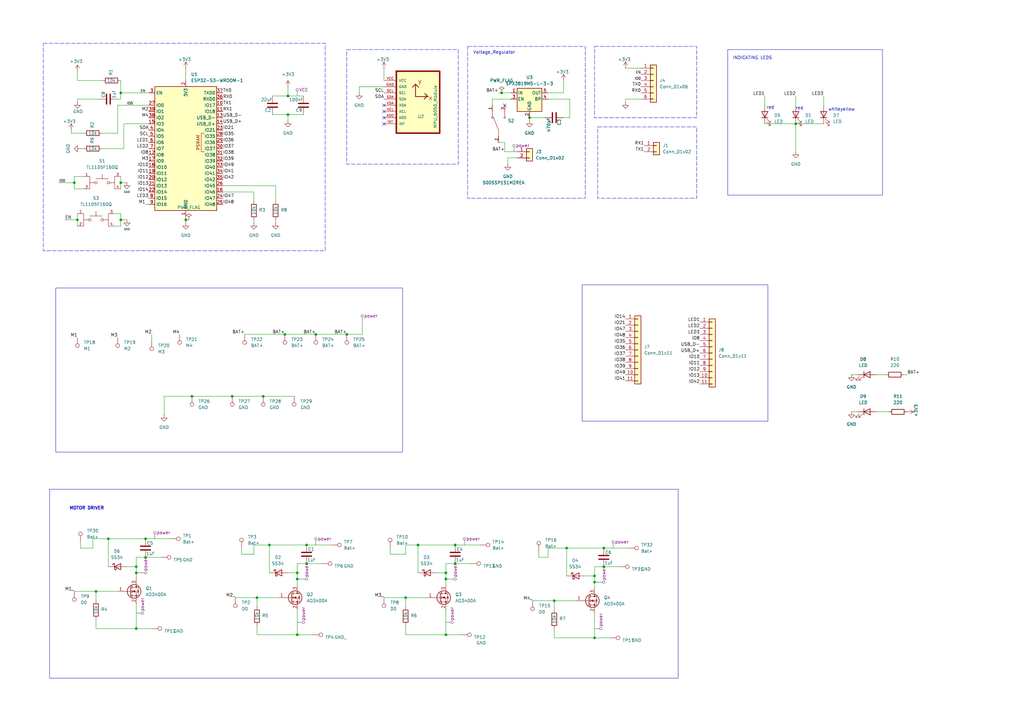
<source format=kicad_sch>
(kicad_sch (version 20250114) (generator "eeschema") (generator_version "9.0")
  (paper "A3")
  (rectangle (start 245.11 52.07) (end 285.75 81.28) (stroke (width 0) (type dash)))
  (rectangle (start 238.76 116.84) (end 314.96 172.72))
  (rectangle (start 298.45 20.32) (end 361.95 80.01))
  (rectangle (start 22.86 118.11) (end 165.1 185.42))
  (rectangle (start 17.78 17.78) (end 133.35 102.87) (stroke (width 0) (type dash)))
  (rectangle (start 20.32 200.66) (end 278.13 278.13))
  (rectangle (start 243.84 19.05) (end 285.75 48.26) (stroke (width 0) (type dash)))
  (rectangle (start 142.24 20.32) (end 187.96 67.31) (stroke (width 0) (type dash)))
  (rectangle (start 191.77 19.05) (end 240.03 81.28) (stroke (width 0) (type dash)))
  (text "red " (at 316.484 44.196 0) (effects (font (size 1.27 1.27))))
  (text "red " (at 328.422 44.45 0) (effects (font (size 1.27 1.27))))
  (text "INDICATING LEDS\n\n\n\n" (at 308.61 26.924 0) (effects (font (size 1.27 1.27))))
  (text "MOTOR DRIVER \n" (at 36.068 208.534 0) (effects (font (size 1.27 1.27) (thickness 0.254) (bold yes))))
  (text "whiteyellow\n" (at 345.186 44.958 0) (effects (font (size 1.27 1.27))))
  (text "Voltage_Regulator\n" (at 202.692 21.59 0) (effects (font (size 1.27 1.27))))
  (text_box "Avoid these pin \nGPIO0 - FOR BOOTLOADER \nGPIO46- FOR BOOTLOADER\nGPIO45- FOR BOOTLOADER\nGPIO19(USB_D-) - FOR USB COMMUNICATION \nGPIO20(USB_D+) - FOR USB COMMUNICATION" (at 423.418 20.828 0) (size 32.512 19.812) (margins 0.9525 0.9525 0.9525 0.9525) (effects (font (size 1.27 1.27)) (justify left top)))
  (junction (at 121.92 237.49))
  (junction (at 186.69 223.52))
  (junction (at 182.88 237.49))
  (junction (at 243.84 261.62))
  (junction (at 182.88 234.95))
  (junction (at 116.84 137.16))
  (junction (at 227.33 246.38))
  (junction (at 247.65 224.79))
  (junction (at 55.88 232.41))
  (junction (at 118.11 46.99))
  (junction (at 171.45 223.52))
  (junction (at 59.69 228.6))
  (junction (at 243.84 238.76))
  (junction (at 49.53 38.1))
  (junction (at 243.84 236.22))
  (junction (at 129.54 137.16))
  (junction (at 95.25 162.56))
  (junction (at 55.88 257.81))
  (junction (at 217.17 48.26))
  (junction (at 107.95 162.56))
  (junction (at 326.39 50.8))
  (junction (at 247.65 232.41))
  (junction (at 166.37 245.11))
  (junction (at 39.37 242.57))
  (junction (at 125.73 231.14))
  (junction (at 121.92 234.95))
  (junction (at 232.41 224.79))
  (junction (at 125.73 223.52))
  (junction (at 186.69 231.14))
  (junction (at 121.92 260.35))
  (junction (at 142.24 137.16))
  (junction (at 49.53 74.93))
  (junction (at 30.48 74.93))
  (junction (at 110.49 223.52))
  (junction (at 59.69 220.98))
  (junction (at 182.88 260.35))
  (junction (at 78.74 162.56))
  (junction (at 49.53 90.17))
  (junction (at 55.88 234.95))
  (junction (at 105.41 245.11))
  (junction (at 76.2 90.17))
  (junction (at 44.45 220.98))
  (junction (at 118.11 39.37))
  (junction (at 31.75 90.17))
  (junction (at 205.74 38.1))
  (no_connect (at 157.48 43.18))
  (no_connect (at 157.48 48.26))
  (no_connect (at 207.01 43.18))
  (no_connect (at 157.48 50.8))
  (no_connect (at 157.48 45.72))
  (wire (pts (xy 33.02 222.25) (xy 33.02 224.79)))
  (wire (pts (xy 224.79 224.79) (xy 232.41 224.79)))
  (wire (pts (xy 326.39 62.23) (xy 326.39 50.8)))
  (wire (pts (xy 207.01 62.23) (xy 212.09 62.23)))
  (wire (pts (xy 38.1 224.79) (xy 38.1 220.98)))
  (wire (pts (xy 166.37 227.33) (xy 166.37 223.52)))
  (wire (pts (xy 76.2 90.17) (xy 76.2 91.44)))
  (wire (pts (xy 55.88 247.65) (xy 55.88 257.81)))
  (wire (pts (xy 78.74 162.56) (xy 95.25 162.56)))
  (wire (pts (xy 105.41 245.11) (xy 105.41 248.92)))
  (wire (pts (xy 349.25 153.67) (xy 351.79 153.67)))
  (wire (pts (xy 147.32 38.1) (xy 147.32 35.56)))
  (wire (pts (xy 166.37 260.35) (xy 182.88 260.35)))
  (wire (pts (xy 49.53 87.63) (xy 46.99 87.63)))
  (wire (pts (xy 67.31 162.56) (xy 67.31 170.18)))
  (wire (pts (xy 212.09 64.77) (xy 208.28 64.77)))
  (wire (pts (xy 218.44 246.38) (xy 227.33 246.38)))
  (wire (pts (xy 107.95 162.56) (xy 120.65 162.56)))
  (wire (pts (xy 118.11 39.37) (xy 124.46 39.37)))
  (wire (pts (xy 171.45 234.95) (xy 171.45 223.52)))
  (wire (pts (xy 313.69 50.8) (xy 326.39 50.8)))
  (wire (pts (xy 76.2 90.17) (xy 77.47 90.17)))
  (wire (pts (xy 100.33 137.16) (xy 116.84 137.16)))
  (wire (pts (xy 121.92 260.35) (xy 128.27 260.35)))
  (wire (pts (xy 256.54 40.64) (xy 262.89 40.64)))
  (wire (pts (xy 105.41 256.54) (xy 105.41 260.35)))
  (wire (pts (xy 50.8 60.96) (xy 50.8 50.8)))
  (wire (pts (xy 105.41 245.11) (xy 114.3 245.11)))
  (wire (pts (xy 30.48 242.57) (xy 39.37 242.57)))
  (wire (pts (xy 326.39 50.8) (xy 337.82 50.8)))
  (wire (pts (xy 359.41 168.91) (xy 364.49 168.91)))
  (wire (pts (xy 39.37 257.81) (xy 55.88 257.81)))
  (wire (pts (xy 52.07 74.93) (xy 49.53 74.93)))
  (wire (pts (xy 50.8 50.8) (xy 60.96 50.8)))
  (wire (pts (xy 41.91 60.96) (xy 50.8 60.96)))
  (wire (pts (xy 111.76 46.99) (xy 118.11 46.99)))
  (wire (pts (xy 121.92 231.14) (xy 125.73 231.14)))
  (wire (pts (xy 233.68 48.26) (xy 231.14 48.26)))
  (wire (pts (xy 52.07 232.41) (xy 55.88 232.41)))
  (wire (pts (xy 243.84 251.46) (xy 243.84 261.62)))
  (wire (pts (xy 104.14 78.74) (xy 104.14 82.55)))
  (wire (pts (xy 157.48 27.94) (xy 157.48 33.02)))
  (wire (pts (xy 110.49 223.52) (xy 125.73 223.52)))
  (wire (pts (xy 201.93 43.18) (xy 201.93 40.64)))
  (wire (pts (xy 39.37 242.57) (xy 48.26 242.57)))
  (wire (pts (xy 182.88 250.19) (xy 182.88 260.35)))
  (wire (pts (xy 59.69 83.82) (xy 60.96 83.82)))
  (wire (pts (xy 359.41 153.67) (xy 363.22 153.67)))
  (wire (pts (xy 30.48 72.39) (xy 34.29 72.39)))
  (wire (pts (xy 30.48 72.39) (xy 30.48 74.93)))
  (wire (pts (xy 59.69 220.98) (xy 69.85 220.98)))
  (wire (pts (xy 118.11 234.95) (xy 121.92 234.95)))
  (wire (pts (xy 182.88 231.14) (xy 186.69 231.14)))
  (wire (pts (xy 166.37 245.11) (xy 175.26 245.11)))
  (wire (pts (xy 44.45 220.98) (xy 59.69 220.98)))
  (wire (pts (xy 38.1 220.98) (xy 44.45 220.98)))
  (wire (pts (xy 39.37 242.57) (xy 39.37 246.38)))
  (wire (pts (xy 182.88 260.35) (xy 189.23 260.35)))
  (wire (pts (xy 121.92 250.19) (xy 121.92 260.35)))
  (wire (pts (xy 227.33 246.38) (xy 227.33 250.19)))
  (wire (pts (xy 121.92 240.03) (xy 121.92 237.49)))
  (wire (pts (xy 111.76 39.37) (xy 118.11 39.37)))
  (wire (pts (xy 240.03 236.22) (xy 243.84 236.22)))
  (wire (pts (xy 243.84 236.22) (xy 243.84 232.41)))
  (wire (pts (xy 243.84 238.76) (xy 243.84 236.22)))
  (wire (pts (xy 96.52 245.11) (xy 105.41 245.11)))
  (wire (pts (xy 49.53 74.93) (xy 49.53 77.47)))
  (wire (pts (xy 182.88 240.03) (xy 182.88 237.49)))
  (wire (pts (xy 30.48 74.93) (xy 30.48 77.47)))
  (wire (pts (xy 24.13 74.93) (xy 30.48 74.93)))
  (wire (pts (xy 118.11 46.99) (xy 118.11 49.53)))
  (wire (pts (xy 55.88 228.6) (xy 59.69 228.6)))
  (wire (pts (xy 118.11 46.99) (xy 124.46 46.99)))
  (wire (pts (xy 49.53 92.71) (xy 49.53 90.17)))
  (wire (pts (xy 91.44 78.74) (xy 104.14 78.74)))
  (wire (pts (xy 55.88 232.41) (xy 55.88 228.6)))
  (wire (pts (xy 171.45 223.52) (xy 186.69 223.52)))
  (wire (pts (xy 220.98 228.6) (xy 224.79 228.6)))
  (wire (pts (xy 99.06 227.33) (xy 104.14 227.33)))
  (wire (pts (xy 349.25 168.91) (xy 351.79 168.91)))
  (wire (pts (xy 104.14 227.33) (xy 104.14 223.52)))
  (wire (pts (xy 243.84 241.3) (xy 243.84 238.76)))
  (wire (pts (xy 121.92 234.95) (xy 121.92 231.14)))
  (wire (pts (xy 243.84 261.62) (xy 250.19 261.62)))
  (wire (pts (xy 113.03 90.17) (xy 113.03 91.44)))
  (wire (pts (xy 207.01 58.42) (xy 207.01 62.23)))
  (wire (pts (xy 160.02 227.33) (xy 166.37 227.33)))
  (wire (pts (xy 31.75 90.17) (xy 31.75 87.63)))
  (wire (pts (xy 148.59 132.08) (xy 148.59 137.16)))
  (wire (pts (xy 113.03 82.55) (xy 113.03 76.2)))
  (wire (pts (xy 224.79 38.1) (xy 231.14 38.1)))
  (wire (pts (xy 166.37 223.52) (xy 171.45 223.52)))
  (wire (pts (xy 104.14 90.17) (xy 104.14 91.44)))
  (wire (pts (xy 186.69 223.52) (xy 196.85 223.52)))
  (wire (pts (xy 49.53 33.02) (xy 49.53 38.1)))
  (wire (pts (xy 55.88 237.49) (xy 55.88 234.95)))
  (wire (pts (xy 31.75 40.64) (xy 31.75 41.91)))
  (wire (pts (xy 166.37 256.54) (xy 166.37 260.35)))
  (wire (pts (xy 243.84 232.41) (xy 247.65 232.41)))
  (wire (pts (xy 217.17 48.26) (xy 217.17 49.53)))
  (wire (pts (xy 370.84 153.67) (xy 372.11 153.67)))
  (wire (pts (xy 223.52 48.26) (xy 217.17 48.26)))
  (wire (pts (xy 31.75 33.02) (xy 41.91 33.02)))
  (wire (pts (xy 34.29 54.61) (xy 29.21 54.61)))
  (wire (pts (xy 233.68 40.64) (xy 233.68 48.26)))
  (wire (pts (xy 95.25 162.56) (xy 107.95 162.56)))
  (wire (pts (xy 247.65 232.41) (xy 254 232.41)))
  (wire (pts (xy 49.53 90.17) (xy 52.07 90.17)))
  (wire (pts (xy 204.47 58.42) (xy 207.01 58.42)))
  (wire (pts (xy 186.69 231.14) (xy 193.04 231.14)))
  (wire (pts (xy 245.11 238.76) (xy 243.84 238.76)))
  (wire (pts (xy 49.53 72.39) (xy 49.53 74.93)))
  (wire (pts (xy 224.79 40.64) (xy 233.68 40.64)))
  (wire (pts (xy 227.33 246.38) (xy 236.22 246.38)))
  (wire (pts (xy 41.91 54.61) (xy 48.26 54.61)))
  (wire (pts (xy 48.26 40.64) (xy 49.53 40.64)))
  (wire (pts (xy 182.88 237.49) (xy 182.88 234.95)))
  (wire (pts (xy 129.54 137.16) (xy 142.24 137.16)))
  (wire (pts (xy 34.29 60.96) (xy 33.02 60.96)))
  (wire (pts (xy 201.93 40.64) (xy 209.55 40.64)))
  (wire (pts (xy 224.79 228.6) (xy 224.79 224.79)))
  (wire (pts (xy 220.98 226.06) (xy 220.98 228.6)))
  (wire (pts (xy 33.02 224.79) (xy 38.1 224.79)))
  (wire (pts (xy 256.54 41.91) (xy 256.54 40.64)))
  (wire (pts (xy 104.14 223.52) (xy 110.49 223.52)))
  (wire (pts (xy 147.32 35.56) (xy 157.48 35.56)))
  (wire (pts (xy 76.2 88.9) (xy 76.2 90.17)))
  (wire (pts (xy 204.47 38.1) (xy 205.74 38.1)))
  (wire (pts (xy 62.23 139.7) (xy 62.23 137.16)))
  (wire (pts (xy 67.31 162.56) (xy 78.74 162.56)))
  (wire (pts (xy 39.37 254) (xy 39.37 257.81)))
  (wire (pts (xy 208.28 64.77) (xy 208.28 67.31)))
  (wire (pts (xy 205.74 38.1) (xy 209.55 38.1)))
  (wire (pts (xy 55.88 234.95) (xy 55.88 232.41)))
  (wire (pts (xy 105.41 260.35) (xy 121.92 260.35)))
  (wire (pts (xy 337.82 39.37) (xy 337.82 43.18)))
  (wire (pts (xy 125.73 223.52) (xy 135.89 223.52)))
  (wire (pts (xy 247.65 224.79) (xy 257.81 224.79)))
  (wire (pts (xy 46.99 92.71) (xy 49.53 92.71)))
  (wire (pts (xy 26.67 90.17) (xy 31.75 90.17)))
  (wire (pts (xy 49.53 90.17) (xy 49.53 87.63)))
  (wire (pts (xy 76.2 27.94) (xy 76.2 33.02)))
  (wire (pts (xy 157.48 245.11) (xy 166.37 245.11)))
  (wire (pts (xy 49.53 38.1) (xy 60.96 38.1)))
  (wire (pts (xy 110.49 223.52) (xy 110.49 234.95)))
  (wire (pts (xy 118.11 35.56) (xy 118.11 39.37)))
  (wire (pts (xy 121.92 237.49) (xy 121.92 234.95)))
  (wire (pts (xy 232.41 236.22) (xy 232.41 224.79)))
  (wire (pts (xy 142.24 137.16) (xy 148.59 137.16)))
  (wire (pts (xy 313.69 39.37) (xy 313.69 43.18)))
  (wire (pts (xy 182.88 234.95) (xy 182.88 231.14)))
  (wire (pts (xy 48.26 43.18) (xy 48.26 54.61)))
  (wire (pts (xy 231.14 33.02) (xy 231.14 38.1)))
  (wire (pts (xy 57.15 234.95) (xy 55.88 234.95)))
  (wire (pts (xy 184.15 237.49) (xy 182.88 237.49)))
  (wire (pts (xy 227.33 261.62) (xy 243.84 261.62)))
  (wire (pts (xy 123.19 237.49) (xy 121.92 237.49)))
  (wire (pts (xy 91.44 76.2) (xy 113.03 76.2)))
  (wire (pts (xy 29.21 54.61) (xy 29.21 53.34)))
  (wire (pts (xy 232.41 224.79) (xy 247.65 224.79)))
  (wire (pts (xy 160.02 224.79) (xy 160.02 227.33)))
  (wire (pts (xy 99.06 224.79) (xy 99.06 227.33)))
  (wire (pts (xy 59.69 228.6) (xy 66.04 228.6)))
  (wire (pts (xy 49.53 40.64) (xy 49.53 38.1)))
  (wire (pts (xy 34.29 77.47) (xy 30.48 77.47)))
  (wire (pts (xy 166.37 245.11) (xy 166.37 248.92)))
  (wire (pts (xy 31.75 29.21) (xy 31.75 33.02)))
  (wire (pts (xy 40.64 40.64) (xy 31.75 40.64)))
  (wire (pts (xy 60.96 43.18) (xy 48.26 43.18)))
  (wire (pts (xy 125.73 231.14) (xy 132.08 231.14)))
  (wire (pts (xy 116.84 137.16) (xy 129.54 137.16)))
  (wire (pts (xy 179.07 234.95) (xy 182.88 234.95)))
  (wire (pts (xy 227.33 257.81) (xy 227.33 261.62)))
  (wire (pts (xy 44.45 232.41) (xy 44.45 220.98)))
  (wire (pts (xy 55.88 257.81) (xy 62.23 257.81)))
  (wire (pts (xy 326.39 39.37) (xy 326.39 43.18)))
  (wire (pts (xy 256.54 27.94) (xy 262.89 27.94)))
  (wire (pts (xy 31.75 90.17) (xy 31.75 92.71)))
  (label "LED3" (at 60.96 81.28 180))
  (label "LED2" (at 326.39 39.37 180))
  (label "TX0" (at 91.44 38.1 0))
  (label "IO49" (at 91.44 68.58 0))
  (label "IO10" (at 60.96 68.58 180))
  (label "TX0" (at 262.89 35.56 180))
  (label "LED2" (at 60.96 60.96 180))
  (label "M2" (at 60.96 45.72 180))
  (label "USB_D-" (at 287.02 142.24 180))
  (label "IO0" (at 24.13 74.93 0) (effects (font (size 1 1))))
  (label "M4" (at 73.66 137.16 180))
  (label "IO14" (at 256.54 130.81 180))
  (label "IO39" (at 256.54 151.13 180))
  (label "IO41" (at 256.54 156.21 180))
  (label "M2_" (at 96.52 245.11 180))
  (label "LED1" (at 287.02 132.08 180))
  (label "IO37" (at 91.44 60.96 0))
  (label "LED3" (at 337.82 39.37 180))
  (label "EN" (at 59.69 38.1 180) (effects (font (size 1 1))))
  (label "IO11" (at 287.02 149.86 180))
  (label "IO38" (at 91.44 63.5 0))
  (label "IO47" (at 91.44 81.28 0))
  (label "LED1" (at 313.69 39.37 180))
  (label "SCL" (at 60.96 55.88 180))
  (label "BAT+" (at 116.84 137.16 180))
  (label "M4" (at 60.96 48.26 180))
  (label "M4_" (at 218.44 246.38 180))
  (label "IO35" (at 256.54 140.97 180))
  (label "RX1" (at 91.44 45.72 0))
  (label "RX1" (at 264.16 59.69 180))
  (label "IO48" (at 91.44 83.82 0))
  (label "USB_D+" (at 287.02 144.78 180))
  (label "TX1" (at 264.16 62.23 180))
  (label "IO36" (at 256.54 143.51 180))
  (label "IO10" (at 287.02 147.32 180))
  (label "IO36" (at 91.44 58.42 0))
  (label "BAT+" (at 129.54 137.16 180))
  (label "IO12" (at 287.02 152.4 180))
  (label "IO42" (at 91.44 73.66 0))
  (label "IO13" (at 287.02 154.94 180))
  (label "EN" (at 26.67 90.17 0))
  (label "LED3" (at 287.02 137.16 180))
  (label "IO41" (at 91.44 71.12 0))
  (label "M3" (at 48.26 138.43 180))
  (label "BAT+" (at 207.01 62.23 180))
  (label "RX0" (at 91.44 40.64 0))
  (label "RX0" (at 262.89 38.1 180))
  (label "M1" (at 31.75 138.43 180))
  (label "IO14" (at 60.96 78.74 180))
  (label "LED1" (at 60.96 58.42 180))
  (label "BAT+" (at 372.11 153.67 0))
  (label "M1" (at 59.69 83.82 180))
  (label "IO11" (at 60.96 71.12 180))
  (label "IO8" (at 60.96 63.5 180))
  (label "IO0" (at 262.89 33.02 180) (effects (font (size 1 1))))
  (label "LED2" (at 287.02 134.62 180))
  (label "SCL" (at 157.48 38.1 180))
  (label "USB_D+" (at 91.44 50.8 0))
  (label "IO13" (at 60.96 76.2 180))
  (label "TX1" (at 91.44 43.18 0))
  (label "IO8" (at 287.02 139.7 180))
  (label "IO42" (at 287.02 157.48 180))
  (label "IO0" (at 54.61 43.18 180) (effects (font (size 1 1))))
  (label "USB_D-" (at 91.44 48.26 0))
  (label "M3" (at 60.96 66.04 180))
  (label "IO49" (at 256.54 153.67 180))
  (label "BAT+" (at 100.33 137.16 180))
  (label "IO35" (at 91.44 55.88 0))
  (label "BAT+" (at 142.24 137.16 180))
  (label "SDA" (at 157.48 40.64 180))
  (label "IO47" (at 256.54 135.89 180))
  (label "IO37" (at 256.54 146.05 180))
  (label "SDA" (at 60.96 53.34 180))
  (label "IO38" (at 256.54 148.59 180))
  (label "EN" (at 262.89 30.48 180) (effects (font (size 1 1))))
  (label "M2" (at 62.23 137.16 180))
  (label "M1_" (at 30.48 242.57 180))
  (label "IO21" (at 256.54 133.35 180))
  (label "IO21" (at 91.44 53.34 0))
  (label "IO12" (at 60.96 73.66 180))
  (label "M3_" (at 157.48 245.11 180))
  (label "BAT+" (at 204.47 38.1 180))
  (label "IO48" (at 256.54 138.43 180))
  (label "IO39" (at 91.44 66.04 0))
  (netclass_flag "" (length 2.54) (shape round) (at 210.82 62.23 0) (property "Netclass" "power" (at 211.5185 59.69 0) (effects (justify left))))
  (netclass_flag "" (length 2.54) (shape round) (at 57.15 234.95 270) (property "Netclass" "power" (at 59.69 234.2515 90) (effects (justify left))))
  (netclass_flag "" (length 2.54) (shape round) (at 129.54 223.52 0) (property "Netclass" "power" (at 130.2385 220.98 0) (effects (justify left))))
  (netclass_flag "" (length 2.54) (shape round) (at 182.88 255.27 270) (property "Netclass" "power" (at 185.42 254.5715 90) (effects (justify left))))
  (netclass_flag "" (length 2.54) (shape round) (at 121.92 255.27 270) (property "Netclass" "power" (at 124.46 254.5715 90) (effects (justify left))))
  (netclass_flag "" (length 2.54) (shape round) (at 190.5 223.52 0) (property "Netclass" "power" (at 191.1985 220.98 0) (effects (justify left))))
  (netclass_flag "" (length 2.54) (shape round) (at 121.92 39.37 0) (property "Netclass" "VCC" (at 122.6185 36.83 0) (effects (justify left))))
  (netclass_flag "" (length 2.54) (shape round) (at 123.19 237.49 270) (property "Netclass" "power" (at 125.73 236.7915 90) (effects (justify left))))
  (netclass_flag "" (length 2.54) (shape round) (at 245.11 238.76 270) (property "Netclass" "power" (at 247.65 238.0615 90) (effects (justify left))))
  (netclass_flag "" (length 2.54) (shape round) (at 184.15 237.49 270) (property "Netclass" "power" (at 186.69 236.7915 90) (effects (justify left))))
  (netclass_flag "" (length 2.54) (shape round) (at 243.84 257.81 270) (property "Netclass" "power" (at 246.38 257.1115 90) (effects (justify left))))
  (netclass_flag "" (length 2.54) (shape round) (at 148.59 132.08 0) (property "Netclass" "power" (at 149.2885 129.54 0) (effects (justify left))))
  (netclass_flag "" (length 2.54) (shape round) (at 251.46 224.79 0) (property "Netclass" "power" (at 252.1585 222.25 0) (effects (justify left))))
  (netclass_flag "" (length 2.54) (shape round) (at 63.5 220.98 0) (property "Netclass" "power" (at 64.1985 218.44 0) (effects (justify left))))
  (netclass_flag "" (length 2.54) (shape round) (at 55.88 251.46 270) (property "Netclass" "power" (at 58.42 250.7615 90) (effects (justify left))))
  (symbol (lib_id "power:+3V3") (at 118.11 35.56 0) (unit 1)
    (property "Reference" "#PWR05" (effects (hide yes)))
    (property "Value" "+3V3" (at 118.11 30.48 0))
    (property "Description" "Power symbol creates a global label with name \"+3V3\"" (effects (hide yes)))
  )
  (symbol (lib_id "Connector:TestPoint") (at 78.74 162.56 180) (unit 1) (in_bom no)
    (property "Reference" "TP26" (at 81.28 164.5919 0) (effects (justify right)))
    (property "Value" "GND" (at 81.28 167.1319 0) (effects (justify right)))
    (property "Footprint" "TestPoint:TestPoint_THTPad_2.0x2.0mm_Drill1.0mm" (effects (hide yes)))
    (property "Description" "test point" (effects (hide yes)))
  )
  (symbol (lib_id "power:GND") (at 104.14 91.44 0) (unit 1)
    (property "Reference" "#PWR08" (effects (hide yes)))
    (property "Value" "GND" (at 104.14 96.52 0))
    (property "Description" "Power symbol creates a global label with name \"GND\" , ground" (effects (hide yes)))
  )
  (symbol (lib_id "Regulator_Linear:SPX3819M5-L-3-3") (at 217.17 40.64 0) (unit 1)
    (property "Reference" "U3" (at 217.17 31.75 0))
    (property "Value" "SPX3819M5-L-3-3" (at 217.17 34.29 0))
    (property "Footprint" "Package_TO_SOT_SMD:SOT-23-5" (effects (hide yes)))
    (property "Datasheet" "https://www.exar.com/content/document.ashx?id=22106&languageid=1033&type=Datasheet&partnumber=SPX3819&filename=SPX3819.pdf&part=SPX3819" (effects (hide yes)))
    (property "Description" "500mA Low drop-out regulator, Fixed Output 3.3V, SOT-23-5" (effects (hide yes)))
    (property "LCSC Part #" "C9055" (effects (hide yes)))
  )
  (symbol (lib_id "Diode:SS34") (at 236.22 236.22 0) (unit 1)
    (property "Reference" "D4" (at 235.9025 229.87 0))
    (property "Value" "SS34" (at 235.9025 232.41 0))
    (property "Footprint" "Diode_SMD:D_SMA" (effects (hide yes)))
    (property "Datasheet" "https://www.lcsc.com/datasheet/C8678.pdf" (effects (hide yes)))
    (property "Description" "40V 3A Schottky Diode, SMA" (effects (hide yes)))
    (property "LCSC Part #" "C8678" (effects (hide yes)))
    (property "LCSC Link " "https://www.lcsc.com/product-detail/C8678.html?s_z=n_C8678" (effects (hide yes)))
    (property "MFR.Part#" "SS34" (effects (hide yes)))
    (property "Package" "SMA(DO-214AC)" (effects (hide yes)))
  )
  (symbol (lib_id "power:+3V3") (at 231.14 33.02 0) (unit 1)
    (property "Reference" "#PWR018" (effects (hide yes)))
    (property "Value" "+3V3" (at 230.632 29.464 0))
    (property "Description" "Power symbol creates a global label with name \"+3V3\"" (effects (hide yes)))
  )
  (symbol (lib_id "power:GND") (at 349.25 168.91 0) (unit 1)
    (property "Reference" "#PWR012" (effects (hide yes)))
    (property "Value" "GND" (at 349.25 173.99 0))
    (property "Description" "Power symbol creates a global label with name \"GND\" , ground" (effects (hide yes)))
  )
  (symbol (lib_id "Device:LED") (at 313.69 46.99 90) (unit 1)
    (property "Reference" "D5" (at 317.5 47.3074 90) (effects (justify right)))
    (property "Value" "LED" (at 317.5 49.8474 90) (effects (justify right)))
    (property "Footprint" "LED_SMD:LED_0603_1608Metric" (effects (hide yes)))
    (property "Description" "Light emitting diode" (effects (hide yes)))
    (property "Sim.Pins" "1=K 2=A" (effects (hide yes)))
    (property "LCSC Part #" "C2286" (effects (hide yes)))
  )
  (symbol (lib_id "Device:LED") (at 326.39 46.99 90) (unit 1)
    (property "Reference" "D1" (at 330.2 47.3074 90) (effects (justify right)))
    (property "Value" "LED" (at 330.2 49.8474 90) (effects (justify right)))
    (property "Footprint" "LED_SMD:LED_0603_1608Metric" (effects (hide yes)))
    (property "Description" "Light emitting diode" (effects (hide yes)))
    (property "Sim.Pins" "1=K 2=A" (effects (hide yes)))
    (property "LCSC Part #" "C2286" (effects (hide yes)))
  )
  (symbol (lib_id "Connector:TestPoint") (at 107.95 162.56 180) (unit 1) (in_bom no)
    (property "Reference" "TP28" (at 110.49 164.5919 0) (effects (justify right)))
    (property "Value" "GND" (at 110.49 167.1319 0) (effects (justify right)))
    (property "Footprint" "TestPoint:TestPoint_THTPad_2.0x2.0mm_Drill1.0mm" (effects (hide yes)))
    (property "Description" "test point" (effects (hide yes)))
  )
  (symbol (lib_id "Transistor_FET:AO3400A") (at 53.34 242.57 0) (unit 1)
    (property "Reference" "Q1" (at 59.69 241.2999 0) (effects (justify left)))
    (property "Value" "AO3400A" (at 59.69 243.8399 0) (effects (justify left)))
    (property "Footprint" "Package_TO_SOT_SMD:SOT-23" (effects (hide yes)))
    (property "Datasheet" "http://www.aosmd.com/pdfs/datasheet/AO3400A.pdf" (effects (hide yes)))
    (property "Description" "30V Vds, 5.7A Id, N-Channel MOSFET, SOT-23" (effects (hide yes)))
    (property "LCSC Part #" "C20917" (effects (hide yes)))
    (property "LCSC Link" "https://www.lcsc.com/product-detail/C20917.html?s_z=n_AO3400A" (effects (hide yes)))
    (property "MFR.Part #" "AO3400A" (effects (hide yes)))
    (property "Manufacturer" "AOS" (effects (hide yes)))
    (property "Package" "SOT-23-3L" (effects (hide yes)))
  )
  (symbol (lib_id "Connector:TestPoint") (at 116.84 137.16 180) (unit 1) (in_bom no)
    (property "Reference" "TP23" (at 119.38 139.1919 0) (effects (justify right)))
    (property "Value" "BAT+" (at 119.38 141.7319 0) (effects (justify right)))
    (property "Footprint" "TestPoint:TestPoint_THTPad_2.0x2.0mm_Drill1.0mm" (effects (hide yes)))
    (property "Description" "test point" (effects (hide yes)))
  )
  (symbol (lib_id "power:GND") (at 208.28 67.31 0) (unit 1)
    (property "Reference" "#PWR011" (effects (hide yes)))
    (property "Value" "GND" (at 208.28 72.39 0))
    (property "Description" "Power symbol creates a global label with name \"GND\" , ground" (effects (hide yes)))
  )
  (symbol (lib_id "Device:R") (at 113.03 86.36 0) (unit 1)
    (property "Reference" "R8" (at 115.062 86.106 0) (effects (justify left)))
    (property "Value" "10k" (at 113.03 88.138 90) (effects (justify left)))
    (property "Footprint" "Resistor_SMD:R_0603_1608Metric" (effects (hide yes)))
    (property "Description" "Resistor" (effects (hide yes)))
    (property "LCSC Part #" " C25804" (effects (hide yes)))
    (property "LCSC Link" "https://www.lcsc.com/product-detail/C25804.html" (effects (hide yes)))
    (property "MFR.Part #" "0603WAF1002T5E" (effects (hide yes)))
    (property "Manufacturer" "UNI-ROYAL" (effects (hide yes)))
    (property "Package" "0603" (effects (hide yes)))
  )
  (symbol (lib_id "Connector:TestPoint") (at 157.48 245.11 180) (unit 1) (in_bom no)
    (property "Reference" "TP8" (at 160.02 247.1419 0) (effects (justify right)))
    (property "Value" "D0" (at 160.02 249.6819 0) (effects (justify right)))
    (property "Footprint" "TestPoint:TestPoint_Pad_D1.0mm" (effects (hide yes)))
    (property "Description" "test point" (effects (hide yes)))
  )
  (symbol (lib_id "Connector:TestPoint") (at 193.04 231.14 270) (unit 1) (in_bom no)
    (property "Reference" "TP13" (at 198.12 232.156 90) (effects (justify left)))
    (property "Value" "GND" (at 201.93 232.156 90) (effects (justify left)))
    (property "Footprint" "TestPoint:TestPoint_Pad_D1.0mm" (effects (hide yes)))
    (property "Description" "test point" (effects (hide yes)))
  )
  (symbol (lib_id "Connector:TestPoint") (at 189.23 260.35 270) (unit 1) (in_bom no)
    (property "Reference" "TP12" (at 194.31 261.366 90) (effects (justify left)))
    (property "Value" "GND" (at 195.326 263.652 90) (effects (justify left)))
    (property "Footprint" "TestPoint:TestPoint_Pad_D1.0mm" (effects (hide yes)))
    (property "Description" "test point" (effects (hide yes)))
  )
  (symbol (lib_id "Connector:TestPoint") (at 62.23 257.81 270) (unit 1) (in_bom no)
    (property "Reference" "TP11" (at 67.31 258.826 90) (effects (justify left)))
    (property "Value" "GND" (at 71.12 258.826 90) (effects (justify left)))
    (property "Footprint" "TestPoint:TestPoint_Pad_D1.0mm" (effects (hide yes)))
    (property "Description" "test point" (effects (hide yes)))
  )
  (symbol (lib_id "Connector:TestPoint") (at 66.04 228.6 270) (unit 1) (in_bom no)
    (property "Reference" "TP5" (at 71.12 229.616 90) (effects (justify left)))
    (property "Value" "GND" (at 74.93 229.616 90) (effects (justify left)))
    (property "Footprint" "TestPoint:TestPoint_Pad_D1.0mm" (effects (hide yes)))
    (property "Description" "test point" (effects (hide yes)))
  )
  (symbol (lib_id "power:GND") (at 52.07 74.93 0) (unit 1)
    (property "Reference" "#PWR0105" (effects (hide yes)))
    (property "Value" "GND" (at 52.07 78.74 0) (effects (font (size 0.8 0.8))))
    (property "Description" "Power symbol creates a global label with name \"GND\" , ground" (effects (hide yes)))
  )
  (symbol (lib_id "Transistor_FET:AO3400A") (at 241.3 246.38 0) (unit 1)
    (property "Reference" "Q4" (at 247.65 245.1099 0) (effects (justify left)))
    (property "Value" "AO3400A" (at 247.65 247.6499 0) (effects (justify left)))
    (property "Footprint" "Package_TO_SOT_SMD:SOT-23" (effects (hide yes)))
    (property "Datasheet" "http://www.aosmd.com/pdfs/datasheet/AO3400A.pdf" (effects (hide yes)))
    (property "Description" "30V Vds, 5.7A Id, N-Channel MOSFET, SOT-23" (effects (hide yes)))
    (property "LCSC Part #" "C20917" (effects (hide yes)))
    (property "LCSC Link" "https://www.lcsc.com/product-detail/C20917.html?s_z=n_AO3400A" (effects (hide yes)))
    (property "MFR.Part #" "AO3400A" (effects (hide yes)))
    (property "Manufacturer" "AOS" (effects (hide yes)))
    (property "Package" "SOT-23-3L" (effects (hide yes)))
  )
  (symbol (lib_id "Device:R") (at 105.41 252.73 0) (unit 1)
    (property "Reference" "R5" (at 107.442 252.476 0) (effects (justify left)))
    (property "Value" "10k" (at 105.41 254.508 90) (effects (justify left)))
    (property "Footprint" "Resistor_SMD:R_0603_1608Metric" (effects (hide yes)))
    (property "Description" "Resistor" (effects (hide yes)))
    (property "LCSC Part #" " C25804" (effects (hide yes)))
    (property "LCSC Link" "https://www.lcsc.com/product-detail/C25804.html" (effects (hide yes)))
    (property "MFR.Part #" "0603WAF1002T5E" (effects (hide yes)))
    (property "Manufacturer" "UNI-ROYAL" (effects (hide yes)))
    (property "Package" "0603" (effects (hide yes)))
  )
  (symbol (lib_id "Connector_Generic:Conn_01x06") (at 267.97 33.02 0) (unit 1) (in_bom no)
    (property "Reference" "J4" (at 270.51 33.0199 0) (effects (justify left)))
    (property "Value" "Conn_01x06" (at 270.51 35.5599 0) (effects (justify left)))
    (property "Footprint" "Connector_PinHeader_2.54mm:PinHeader_1x06_P2.54mm_Vertical" (effects (hide yes)))
    (property "Description" "Generic connector, single row, 01x06, script generated (kicad-library-utils/schlib/autogen/connector/)" (effects (hide yes)))
  )
  (symbol (lib_id "Connector:TestPoint") (at 73.66 137.16 180) (unit 1) (in_bom no)
    (property "Reference" "TP21" (at 76.2 139.1919 0) (effects (justify right)))
    (property "Value" "M4" (at 76.2 141.7319 0) (effects (justify right)))
    (property "Footprint" "TestPoint:TestPoint_THTPad_2.0x2.0mm_Drill1.0mm" (effects (hide yes)))
    (property "Description" "test point" (effects (hide yes)))
  )
  (symbol (lib_id "Connector:TestPoint") (at 218.44 246.38 180) (unit 1) (in_bom no)
    (property "Reference" "TP15" (at 220.98 248.4119 0) (effects (justify right)))
    (property "Value" "D0" (at 220.98 250.9519 0) (effects (justify right)))
    (property "Footprint" "TestPoint:TestPoint_Pad_D1.0mm" (effects (hide yes)))
    (property "Description" "test point" (effects (hide yes)))
  )
  (symbol (lib_id "power:+3V3") (at 76.2 27.94 0) (unit 1)
    (property "Reference" "#PWR01" (effects (hide yes)))
    (property "Value" "+3V3" (at 75.692 24.384 0))
    (property "Description" "Power symbol creates a global label with name \"+3V3\"" (effects (hide yes)))
  )
  (symbol (lib_id "Connector:TestPoint") (at 120.65 162.56 180) (unit 1) (in_bom no)
    (property "Reference" "TP29" (at 123.19 164.5919 0) (effects (justify right)))
    (property "Value" "GND" (at 123.19 167.1319 0) (effects (justify right)))
    (property "Footprint" "TestPoint:TestPoint_THTPad_2.0x2.0mm_Drill1.0mm" (effects (hide yes)))
    (property "Description" "test point" (effects (hide yes)))
  )
  (symbol (lib_id "Device:C") (at 124.46 43.18 180) (unit 1)
    (property "Reference" "C9" (at 123.952 45.212 0) (effects (justify left)))
    (property "Value" "100nf" (at 124.206 40.894 0) (effects (justify left)))
    (property "Footprint" "Capacitor_SMD:C_0603_1608Metric" (effects (hide yes)))
    (property "Datasheet" "https://www.lcsc.com/datasheet/C14663.pdf" (effects (hide yes)))
    (property "Description" "50V 100nF X7R ±10% 0603 Ceramic Capacitors RoHS" (effects (hide yes)))
    (property "LCSC Part #" "C14663" (effects (hide yes)))
    (property "LCSC Link " "https://www.lcsc.com/product-detail/C14663.html?s_z=n_%2520C14663" (effects (hide yes)))
    (property "MFR.Part#" "CC0603KRX7R9BB104" (effects (hide yes)))
    (property "Manufacturer" "YAGEO" (effects (hide yes)))
    (property "Package" "0603" (effects (hide yes)))
  )
  (symbol (lib_id "Device:R") (at 104.14 86.36 0) (unit 1)
    (property "Reference" "R3" (at 106.172 86.106 0) (effects (justify left)))
    (property "Value" "10k" (at 104.14 88.138 90) (effects (justify left)))
    (property "Footprint" "Resistor_SMD:R_0603_1608Metric" (effects (hide yes)))
    (property "Description" "Resistor" (effects (hide yes)))
    (property "LCSC Part #" " C25804" (effects (hide yes)))
    (property "LCSC Link" "https://www.lcsc.com/product-detail/C25804.html" (effects (hide yes)))
    (property "MFR.Part #" "0603WAF1002T5E" (effects (hide yes)))
    (property "Manufacturer" "UNI-ROYAL" (effects (hide yes)))
    (property "Package" "0603" (effects (hide yes)))
  )
  (symbol (lib_id "power:GND") (at 113.03 91.44 0) (unit 1)
    (property "Reference" "#PWR015" (effects (hide yes)))
    (property "Value" "GND" (at 113.03 96.52 0))
    (property "Description" "Power symbol creates a global label with name \"GND\" , ground" (effects (hide yes)))
  )
  (symbol (lib_id "power:GND") (at 76.2 91.44 0) (unit 1)
    (property "Reference" "#PWR02" (effects (hide yes)))
    (property "Value" "GND" (at 76.2 96.52 0))
    (property "Description" "Power symbol creates a global label with name \"GND\" , ground" (effects (hide yes)))
  )
  (symbol (lib_id "Connector:TestPoint") (at 48.26 138.43 180) (unit 1) (in_bom no)
    (property "Reference" "TP19" (at 50.8 140.4619 0) (effects (justify right)))
    (property "Value" "M2" (at 50.8 143.0019 0) (effects (justify right)))
    (property "Footprint" "TestPoint:TestPoint_THTPad_2.0x2.0mm_Drill1.0mm" (effects (hide yes)))
    (property "Description" "test point" (effects (hide yes)))
  )
  (symbol (lib_id "Connector:TestPoint") (at 95.25 162.56 180) (unit 1) (in_bom no)
    (property "Reference" "TP27" (at 97.79 164.5919 0) (effects (justify right)))
    (property "Value" "GND" (at 97.79 167.1319 0) (effects (justify right)))
    (property "Footprint" "TestPoint:TestPoint_THTPad_2.0x2.0mm_Drill1.0mm" (effects (hide yes)))
    (property "Description" "test point" (effects (hide yes)))
  )
  (symbol (lib_id "Connector_Generic:Conn_01x11") (at 261.62 143.51 0) (unit 1) (in_bom no)
    (property "Reference" "J7" (at 264.16 142.2399 0) (effects (justify left)))
    (property "Value" "Conn_01x11" (at 264.16 144.7799 0) (effects (justify left)))
    (property "Footprint" "Connector_PinHeader_2.54mm:PinHeader_1x11_P2.54mm_Vertical" (effects (hide yes)))
    (property "Description" "Generic connector, single row, 01x11, script generated (kicad-library-utils/schlib/autogen/connector/)" (effects (hide yes)))
  )
  (symbol (lib_id "Connector:TestPoint") (at 135.89 223.52 270) (unit 1) (in_bom no)
    (property "Reference" "TP7" (at 140.97 222.2499 90) (effects (justify left)))
    (property "Value" "Bat+" (at 140.97 224.7899 90) (effects (justify left)))
    (property "Footprint" "TestPoint:TestPoint_Pad_D1.0mm" (effects (hide yes)))
    (property "Description" "test point" (effects (hide yes)))
  )
  (symbol (lib_id "Connector:TestPoint") (at 250.19 261.62 270) (unit 1) (in_bom no)
    (property "Reference" "TP17" (at 255.27 262.636 90) (effects (justify left)))
    (property "Value" "GND" (at 259.08 262.636 90) (effects (justify left)))
    (property "Footprint" "TestPoint:TestPoint_Pad_D1.0mm" (effects (hide yes)))
    (property "Description" "test point" (effects (hide yes)))
  )
  (symbol (lib_id "Connector:TestPoint") (at 69.85 220.98 270) (unit 1) (in_bom no)
    (property "Reference" "TP1" (at 74.93 219.7099 90) (effects (justify left)))
    (property "Value" "Bat+" (at 74.93 222.2499 90) (effects (justify left)))
    (property "Footprint" "TestPoint:TestPoint_Pad_D1.0mm" (effects (hide yes)))
    (property "Description" "test point" (effects (hide yes)))
  )
  (symbol (lib_id "Connector:TestPoint") (at 100.33 137.16 180) (unit 1) (in_bom no)
    (property "Reference" "TP22" (at 102.87 139.1919 0) (effects (justify right)))
    (property "Value" "BAT+" (at 102.87 141.7319 0) (effects (justify right)))
    (property "Footprint" "TestPoint:TestPoint_THTPad_2.0x2.0mm_Drill1.0mm" (effects (hide yes)))
    (property "Description" "test point" (effects (hide yes)))
  )
  (symbol (lib_id "Connector:TestPoint") (at 31.75 138.43 180) (unit 1) (in_bom no)
    (property "Reference" "TP18" (at 34.29 140.4619 0) (effects (justify right)))
    (property "Value" "M1" (at 34.29 143.0019 0) (effects (justify right)))
    (property "Footprint" "TestPoint:TestPoint_THTPad_2.0x2.0mm_Drill1.0mm" (effects (hide yes)))
    (property "Description" "test point" (effects (hide yes)))
  )
  (symbol (lib_id "power:GND") (at 52.07 90.17 0) (unit 1)
    (property "Reference" "#PWR09" (effects (hide yes)))
    (property "Value" "GND" (at 52.07 93.98 0) (effects (font (size 0.8 0.8))))
    (property "Description" "Power symbol creates a global label with name \"GND\" , ground" (effects (hide yes)))
  )
  (symbol (lib_id "Connector_Generic:Conn_01x02") (at 217.17 62.23 0) (unit 1) (in_bom no)
    (property "Reference" "J3" (at 219.71 62.2299 0) (effects (justify left)))
    (property "Value" "Conn_01x02" (at 219.71 64.7699 0) (effects (justify left)))
    (property "Footprint" "Connector_JST:JST_EH_B2B-EH-A_1x02_P2.50mm_Vertical" (effects (hide yes)))
    (property "Description" "Generic connector, single row, 01x02, script generated (kicad-library-utils/schlib/autogen/connector/)" (effects (hide yes)))
    (property "LCSC Part #" "C160262" (effects (hide yes)))
  )
  (symbol (lib_id "Connector:TestPoint") (at 30.48 242.57 180) (unit 1) (in_bom no)
    (property "Reference" "TP9" (at 33.02 244.6019 0) (effects (justify right)))
    (property "Value" "D0" (at 33.02 247.1419 0) (effects (justify right)))
    (property "Footprint" "TestPoint:TestPoint_Pad_D1.0mm" (effects (hide yes)))
    (property "Description" "test point" (effects (hide yes)))
  )
  (symbol (lib_id "power:GND") (at 349.25 153.67 0) (unit 1)
    (property "Reference" "#PWR013" (effects (hide yes)))
    (property "Value" "GND" (at 349.25 158.75 0))
    (property "Description" "Power symbol creates a global label with name \"GND\" , ground" (effects (hide yes)))
  )
  (symbol (lib_id "power:GND") (at 67.31 170.18 0) (unit 1)
    (property "Reference" "#PWR023" (effects (hide yes)))
    (property "Value" "GND" (at 67.31 175.26 0))
    (property "Description" "Power symbol creates a global label with name \"GND\" , ground" (effects (hide yes)))
  )
  (symbol (lib_id "Diode:SS34") (at 114.3 234.95 0) (unit 1)
    (property "Reference" "D2" (at 113.9825 228.6 0))
    (property "Value" "SS34" (at 113.9825 231.14 0))
    (property "Footprint" "Diode_SMD:D_SMA" (effects (hide yes)))
    (property "Datasheet" "https://www.lcsc.com/datasheet/C8678.pdf" (effects (hide yes)))
    (property "Description" "40V 3A Schottky Diode, SMA" (effects (hide yes)))
    (property "LCSC Part #" "C8678" (effects (hide yes)))
    (property "LCSC Link " "https://www.lcsc.com/product-detail/C8678.html?s_z=n_C8678" (effects (hide yes)))
    (property "MFR.Part#" "SS34" (effects (hide yes)))
    (property "Package" "SMA(DO-214AC)" (effects (hide yes)))
  )
  (symbol (lib_id "Device:R") (at 39.37 250.19 0) (unit 1)
    (property "Reference" "R4" (at 41.402 249.936 0) (effects (justify left)))
    (property "Value" "10k" (at 39.37 251.968 90) (effects (justify left)))
    (property "Footprint" "Resistor_SMD:R_0603_1608Metric" (effects (hide yes)))
    (property "Description" "Resistor" (effects (hide yes)))
    (property "LCSC Part #" " C25804" (effects (hide yes)))
    (property "LCSC Link" "https://www.lcsc.com/product-detail/C25804.html" (effects (hide yes)))
    (property "MFR.Part #" "0603WAF1002T5E" (effects (hide yes)))
    (property "Manufacturer" "UNI-ROYAL" (effects (hide yes)))
    (property "Package" "0603" (effects (hide yes)))
  )
  (symbol (lib_id "power:GND") (at 33.02 60.96 270) (unit 1)
    (property "Reference" "#PWR022" (effects (hide yes)))
    (property "Value" "GND" (at 27.94 60.96 0))
    (property "Description" "Power symbol creates a global label with name \"GND\" , ground" (effects (hide yes)))
  )
  (symbol (lib_id "Device:R") (at 166.37 252.73 0) (unit 1)
    (property "Reference" "R6" (at 168.402 252.476 0) (effects (justify left)))
    (property "Value" "10k" (at 166.37 254.508 90) (effects (justify left)))
    (property "Footprint" "Resistor_SMD:R_0603_1608Metric" (effects (hide yes)))
    (property "Description" "Resistor" (effects (hide yes)))
    (property "LCSC Part #" " C25804" (effects (hide yes)))
    (property "LCSC Link" "https://www.lcsc.com/product-detail/C25804.html" (effects (hide yes)))
    (property "MFR.Part #" "0603WAF1002T5E" (effects (hide yes)))
    (property "Manufacturer" "UNI-ROYAL" (effects (hide yes)))
    (property "Package" "0603" (effects (hide yes)))
  )
  (symbol (lib_id "Device:C") (at 111.76 43.18 180) (unit 1)
    (property "Reference" "C2" (at 111.252 45.212 0) (effects (justify left)))
    (property "Value" "22uf" (at 111.506 40.894 0) (effects (justify left)))
    (property "Footprint" "Capacitor_SMD:C_0603_1608Metric" (effects (hide yes)))
    (property "Description" "Unpolarized capacitor" (effects (hide yes)))
    (property "LCSC Part #" "C59461" (effects (hide yes)))
    (property "LCSC Link " "https://www.lcsc.com/product-detail/C59461.html?s_z=n_C59461" (effects (hide yes)))
    (property "MFR.Part#" "CL10A226MQ8NRNC" (effects (hide yes)))
    (property "Manufacturer" "Samsung Electro-Mechanics" (effects (hide yes)))
    (property "Package" "0603" (effects (hide yes)))
  )
  (symbol (lib_id "Device:C") (at 186.69 227.33 0) (unit 1)
    (property "Reference" "C4" (at 187.198 225.298 0) (effects (justify left)))
    (property "Value" "1uf" (at 186.944 229.616 0) (effects (justify left)))
    (property "Footprint" "Capacitor_SMD:C_0603_1608Metric" (effects (hide yes)))
    (property "Description" "Unpolarized capacitor" (effects (hide yes)))
    (property "LCSC Part #" "C15849" (effects (hide yes)))
    (property "LCSC Link " "https://www.lcsc.com/product-detail/C15849.html?s_z=n_C15849" (effects (hide yes)))
    (property "MFR.Part#" "CL10A105KB8NNNC" (effects (hide yes)))
    (property "Manufacturer" "Samsung Electro-Mechanics" (effects (hide yes)))
    (property "Package" "0603" (effects (hide yes)))
  )
  (symbol (lib_id "power:GND") (at 118.11 49.53 0) (unit 1)
    (property "Reference" "#PWR06" (effects (hide yes)))
    (property "Value" "GND" (at 118.11 54.61 0))
    (property "Description" "Power symbol creates a global label with name \"GND\" , ground" (effects (hide yes)))
  )
  (symbol (lib_id "Mini_Drone_prj:TL1105F160Q") (at 39.37 90.17 0) (unit 1) (in_bom no)
    (property "Reference" "S3" (at 39.37 81.28 0))
    (property "Value" "TL1105F160Q" (at 39.37 83.82 0))
    (property "Footprint" "Mini_Drone_prj:SW_TL1105F160Q" (effects (hide yes)))
  )
  (symbol (lib_id "power:+3V3") (at 256.54 27.94 0) (unit 1)
    (property "Reference" "#PWR020" (effects (hide yes)))
    (property "Value" "+3V3" (at 256.032 24.384 0))
    (property "Description" "Power symbol creates a global label with name \"+3V3\"" (effects (hide yes)))
  )
  (symbol (lib_id "Connector:TestPoint") (at 257.81 224.79 270) (unit 1) (in_bom no)
    (property "Reference" "TP32" (at 262.89 223.5199 90) (effects (justify left)))
    (property "Value" "Bat+" (at 262.89 226.0599 90) (effects (justify left)))
    (property "Footprint" "TestPoint:TestPoint_Pad_D1.0mm" (effects (hide yes)))
    (property "Description" "test point" (effects (hide yes)))
  )
  (symbol (lib_id "Device:LED") (at 355.6 153.67 0) (unit 1)
    (property "Reference" "D8" (at 354.0125 147.32 0))
    (property "Value" "LED" (at 354.0125 149.86 0))
    (property "Footprint" "LED_SMD:LED_0603_1608Metric" (effects (hide yes)))
    (property "Description" "Light emitting diode" (effects (hide yes)))
    (property "Sim.Pins" "1=K 2=A" (effects (hide yes)))
    (property "LCSC Part #" "C2286" (effects (hide yes)))
  )
  (symbol (lib_id "Connector:TestPoint") (at 96.52 245.11 180) (unit 1) (in_bom no)
    (property "Reference" "TP2" (at 99.06 247.1419 0) (effects (justify right)))
    (property "Value" "D0" (at 99.06 249.6819 0) (effects (justify right)))
    (property "Footprint" "TestPoint:TestPoint_Pad_D1.0mm" (effects (hide yes)))
    (property "Description" "test point" (effects (hide yes)))
  )
  (symbol (lib_id "Device:R") (at 368.3 168.91 90) (unit 1)
    (property "Reference" "R11" (at 368.3 162.56 90))
    (property "Value" "220" (at 368.3 165.1 90))
    (property "Footprint" "Resistor_SMD:R_0603_1608Metric" (effects (hide yes)))
    (property "Description" "Resistor" (effects (hide yes)))
    (property "LCSC Part #" "C22962" (effects (hide yes)))
  )
  (symbol (lib_id "Mini_Drone_prj:TL1105F160Q") (at 41.91 74.93 0) (unit 1) (in_bom no)
    (property "Reference" "S1" (at 41.91 66.04 0))
    (property "Value" "TL1105F160Q" (at 41.91 68.58 0))
    (property "Footprint" "Mini_Drone_prj:SW_TL1105F160Q" (effects (hide yes)))
  )
  (symbol (lib_id "Connector:TestPoint") (at 160.02 224.79 0) (unit 1) (in_bom no)
    (property "Reference" "TP10" (at 162.56 220.2179 0) (effects (justify left)))
    (property "Value" "Bat+" (at 162.56 222.7579 0) (effects (justify left)))
    (property "Footprint" "TestPoint:TestPoint_Pad_D1.0mm" (effects (hide yes)))
    (property "Description" "test point" (effects (hide yes)))
  )
  (symbol (lib_id "Device:R") (at 45.72 33.02 90) (unit 1)
    (property "Reference" "R1" (at 45.466 30.988 0) (effects (justify left)))
    (property "Value" "10k" (at 47.498 33.02 90) (effects (justify left)))
    (property "Footprint" "Resistor_SMD:R_0603_1608Metric" (effects (hide yes)))
    (property "Description" "Resistor" (effects (hide yes)))
    (property "LCSC Part #" " C25804" (effects (hide yes)))
    (property "LCSC Link" "https://www.lcsc.com/product-detail/C25804.html" (effects (hide yes)))
    (property "MFR.Part #" "0603WAF1002T5E" (effects (hide yes)))
    (property "Manufacturer" "UNI-ROYAL" (effects (hide yes)))
    (property "Package" "0603" (effects (hide yes)))
  )
  (symbol (lib_id "Device:R") (at 38.1 60.96 90) (unit 1)
    (property "Reference" "R9" (at 37.846 58.928 0) (effects (justify left)))
    (property "Value" "10k" (at 39.878 60.96 90) (effects (justify left)))
    (property "Footprint" "Resistor_SMD:R_0603_1608Metric" (effects (hide yes)))
    (property "Description" "Resistor" (effects (hide yes)))
    (property "LCSC Part #" " C25804" (effects (hide yes)))
    (property "LCSC Link" "https://www.lcsc.com/product-detail/C25804.html" (effects (hide yes)))
    (property "MFR.Part #" "0603WAF1002T5E" (effects (hide yes)))
    (property "Manufacturer" "UNI-ROYAL" (effects (hide yes)))
    (property "Package" "0603" (effects (hide yes)))
  )
  (symbol (lib_id "power:PWR_FLAG") (at 77.47 90.17 0) (unit 1)
    (property "Reference" "#FLG02" (effects (hide yes)))
    (property "Value" "PWR_FLAG" (at 77.47 85.09 0))
    (property "Description" "Special symbol for telling ERC where power comes from" (effects (hide yes)))
  )
  (symbol (lib_id "Device:C") (at 247.65 228.6 0) (unit 1)
    (property "Reference" "C6" (at 248.158 226.568 0) (effects (justify left)))
    (property "Value" "1uf" (at 247.904 230.886 0) (effects (justify left)))
    (property "Footprint" "Capacitor_SMD:C_0603_1608Metric" (effects (hide yes)))
    (property "Description" "Unpolarized capacitor" (effects (hide yes)))
    (property "LCSC Part #" "C15849" (effects (hide yes)))
    (property "LCSC Link " "https://www.lcsc.com/product-detail/C15849.html?s_z=n_C15849" (effects (hide yes)))
    (property "MFR.Part#" "CL10A105KB8NNNC" (effects (hide yes)))
    (property "Manufacturer" "Samsung Electro-Mechanics" (effects (hide yes)))
    (property "Package" "0603" (effects (hide yes)))
  )
  (symbol (lib_id "Device:C") (at 44.45 40.64 90) (unit 1)
    (property "Reference" "C8" (at 42.418 40.132 0) (effects (justify left)))
    (property "Value" "1uf" (at 46.736 40.386 0) (effects (justify left)))
    (property "Footprint" "Capacitor_SMD:C_0603_1608Metric" (effects (hide yes)))
    (property "Description" "Unpolarized capacitor" (effects (hide yes)))
    (property "LCSC Part #" "C15849" (effects (hide yes)))
    (property "LCSC Link " "https://www.lcsc.com/product-detail/C15849.html?s_z=n_C15849" (effects (hide yes)))
    (property "MFR.Part#" "CL10A105KB8NNNC" (effects (hide yes)))
    (property "Manufacturer" "Samsung Electro-Mechanics" (effects (hide yes)))
    (property "Package" "0603" (effects (hide yes)))
  )
  (symbol (lib_id "Connector:TestPoint") (at 142.24 137.16 180) (unit 1) (in_bom no)
    (property "Reference" "TP25" (at 144.78 139.1919 0) (effects (justify right)))
    (property "Value" "BAT+" (at 144.78 141.7319 0) (effects (justify right)))
    (property "Footprint" "TestPoint:TestPoint_THTPad_2.0x2.0mm_Drill1.0mm" (effects (hide yes)))
    (property "Description" "test point" (effects (hide yes)))
  )
  (symbol (lib_id "Device:C") (at 227.33 48.26 270) (unit 1)
    (property "Reference" "C3" (at 229.362 48.768 0) (effects (justify left)))
    (property "Value" "470pf" (at 225.044 48.514 0) (effects (justify left)))
    (property "Footprint" "Capacitor_SMD:C_0603_1608Metric" (effects (hide yes)))
    (property "Datasheet" "https://www.lcsc.com/datasheet/C1620.pdf" (effects (hide yes)))
    (property "Description" "50V 470pF X7R ±10% 0603 Ceramic Capacitors RoHS" (effects (hide yes)))
    (property "LCSC Part #" "C1620" (effects (hide yes)))
    (property "LCSC Link " "https://www.lcsc.com/product-detail/C1620.html?s_z=n_C1620" (effects (hide yes)))
    (property "MFR.Part#" "0603B471K500NT" (effects (hide yes)))
    (property "Manufacturer" "FH" (effects (hide yes)))
    (property "Package" "0603" (effects (hide yes)))
  )
  (symbol (lib_id "power:+3V3") (at 31.75 29.21 0) (unit 1)
    (property "Reference" "#PWR03" (effects (hide yes)))
    (property "Value" "+3V3" (at 31.242 25.146 0))
    (property "Description" "Power symbol creates a global label with name \"+3V3\"" (effects (hide yes)))
  )
  (symbol (lib_id "Device:R") (at 38.1 54.61 90) (unit 1)
    (property "Reference" "R2" (at 37.846 52.578 0) (effects (justify left)))
    (property "Value" "10k" (at 39.878 54.61 90) (effects (justify left)))
    (property "Footprint" "Resistor_SMD:R_0603_1608Metric" (effects (hide yes)))
    (property "Description" "Resistor" (effects (hide yes)))
    (property "LCSC Part #" " C25804" (effects (hide yes)))
    (property "LCSC Link" "https://www.lcsc.com/product-detail/C25804.html" (effects (hide yes)))
    (property "MFR.Part #" "0603WAF1002T5E" (effects (hide yes)))
    (property "Manufacturer" "UNI-ROYAL" (effects (hide yes)))
    (property "Package" "0603" (effects (hide yes)))
  )
  (symbol (lib_id "Transistor_FET:AO3400A") (at 119.38 245.11 0) (unit 1)
    (property "Reference" "Q2" (at 125.73 243.8399 0) (effects (justify left)))
    (property "Value" "AO3400A" (at 125.73 246.3799 0) (effects (justify left)))
    (property "Footprint" "Package_TO_SOT_SMD:SOT-23" (effects (hide yes)))
    (property "Datasheet" "http://www.aosmd.com/pdfs/datasheet/AO3400A.pdf" (effects (hide yes)))
    (property "Description" "30V Vds, 5.7A Id, N-Channel MOSFET, SOT-23" (effects (hide yes)))
    (property "LCSC Part #" "C20917" (effects (hide yes)))
    (property "LCSC Link" "https://www.lcsc.com/product-detail/C20917.html?s_z=n_AO3400A" (effects (hide yes)))
    (property "MFR.Part #" "AO3400A" (effects (hide yes)))
    (property "Manufacturer" "AOS" (effects (hide yes)))
    (property "Package" "SOT-23-3L" (effects (hide yes)))
  )
  (symbol (lib_id "power:PWR_FLAG") (at 205.74 38.1 0) (unit 1)
    (property "Reference" "#FLG01" (effects (hide yes)))
    (property "Value" "PWR_FLAG" (at 205.74 33.02 0))
    (property "Description" "Special symbol for telling ERC where power comes from" (effects (hide yes)))
  )
  (symbol (lib_id "Connector:TestPoint") (at 33.02 222.25 0) (unit 1) (in_bom no)
    (property "Reference" "TP30" (at 35.56 217.6779 0) (effects (justify left)))
    (property "Value" "Bat+" (at 35.56 220.2179 0) (effects (justify left)))
    (property "Footprint" "TestPoint:TestPoint_Pad_D1.0mm" (effects (hide yes)))
    (property "Description" "test point" (effects (hide yes)))
  )
  (symbol (lib_id "Device:LED") (at 337.82 46.99 90) (unit 1)
    (property "Reference" "D7" (at 341.63 47.3074 90) (effects (justify right)))
    (property "Value" "LED" (at 341.63 49.8474 90) (effects (justify right)))
    (property "Footprint" "LED_SMD:LED_0603_1608Metric" (effects (hide yes)))
    (property "Description" "Light emitting diode" (effects (hide yes)))
    (property "Sim.Pins" "1=K 2=A" (effects (hide yes)))
    (property "LCSC Part #" "C2290" (effects (hide yes)))
  )
  (symbol (lib_id "Transistor_FET:AO3400A") (at 180.34 245.11 0) (unit 1)
    (property "Reference" "Q3" (at 186.69 243.8399 0) (effects (justify left)))
    (property "Value" "AO3400A" (at 186.69 246.3799 0) (effects (justify left)))
    (property "Footprint" "Package_TO_SOT_SMD:SOT-23" (effects (hide yes)))
    (property "Datasheet" "http://www.aosmd.com/pdfs/datasheet/AO3400A.pdf" (effects (hide yes)))
    (property "Description" "30V Vds, 5.7A Id, N-Channel MOSFET, SOT-23" (effects (hide yes)))
    (property "LCSC Part #" "C20917" (effects (hide yes)))
    (property "LCSC Link" "https://www.lcsc.com/product-detail/C20917.html?s_z=n_AO3400A" (effects (hide yes)))
    (property "MFR.Part #" "AO3400A" (effects (hide yes)))
    (property "Manufacturer" "AOS" (effects (hide yes)))
    (property "Package" "SOT-23-3L" (effects (hide yes)))
  )
  (symbol (lib_id "Connector_Generic:Conn_01x02") (at 269.24 59.69 0) (unit 1) (in_bom no)
    (property "Reference" "J1" (at 271.78 59.6899 0) (effects (justify left)))
    (property "Value" "Conn_01x02" (at 271.78 62.2299 0) (effects (justify left)))
    (property "Footprint" "Connector_PinHeader_2.54mm:PinHeader_1x02_P2.54mm_Vertical" (effects (hide yes)))
    (property "Description" "Generic connector, single row, 01x02, script generated (kicad-library-utils/schlib/autogen/connector/)" (effects (hide yes)))
  )
  (symbol (lib_id "Connector:TestPoint") (at 254 232.41 270) (unit 1) (in_bom no)
    (property "Reference" "TP31" (at 259.08 233.426 90) (effects (justify left)))
    (property "Value" "GND" (at 262.89 233.426 90) (effects (justify left)))
    (property "Footprint" "TestPoint:TestPoint_Pad_D1.0mm" (effects (hide yes)))
    (property "Description" "test point" (effects (hide yes)))
  )
  (symbol (lib_id "Mini_Drone_prj:MPU_6050_Module") (at 172.72 48.26 0) (unit 1) (in_bom no)
    (property "Reference" "U2" (at 171.196 47.752 0) (effects (justify left)))
    (property "Value" "MPU_6050_Module" (at 178.562 52.578 90) (effects (justify left)))
    (property "Footprint" "Mini_Drone_prj:MPU_6050_Module" (effects (hide yes)))
    (property "MF" "GODREAM FORDREAM CO., LIMITED" (effects (hide yes)))
    (property "Description_1" "Triple Axis Accelerometer Gyro Breakout" (effects (hide yes)))
    (property "Package" "Package" (effects (hide yes)))
    (property "Price" "None" (effects (hide yes)))
    (property "SnapEDA_Link" "https://www.snapeda.com/parts/GY-521/GODREAM+FORDREAM+CO.%252C+LIMITED/view-part/?ref=snap" (effects (hide yes)))
    (property "MP" "GY-521" (effects (hide yes)))
    (property "Availability" "Not in stock" (effects (hide yes)))
    (property "Check_prices" "https://www.snapeda.com/parts/GY-521/GODREAM+FORDREAM+CO.%252C+LIMITED/view-part/?ref=eda" (effects (hide yes)))
  )
  (symbol (lib_id "Connector:TestPoint") (at 196.85 223.52 270) (unit 1) (in_bom no)
    (property "Reference" "TP14" (at 201.93 222.2499 90) (effects (justify left)))
    (property "Value" "Bat+" (at 201.93 224.7899 90) (effects (justify left)))
    (property "Footprint" "TestPoint:TestPoint_Pad_D1.0mm" (effects (hide yes)))
    (property "Description" "test point" (effects (hide yes)))
  )
  (symbol (lib_id "Connector_Generic:Conn_01x11") (at 292.1 144.78 0) (unit 1) (in_bom no)
    (property "Reference" "J8" (at 294.64 143.5099 0) (effects (justify left)))
    (property "Value" "Conn_01x11" (at 294.64 146.0499 0) (effects (justify left)))
    (property "Footprint" "Connector_PinHeader_2.54mm:PinHeader_1x11_P2.54mm_Vertical" (effects (hide yes)))
    (property "Description" "Generic connector, single row, 01x11, script generated (kicad-library-utils/schlib/autogen/connector/)" (effects (hide yes)))
  )
  (symbol (lib_id "Connector:TestPoint") (at 132.08 231.14 270) (unit 1) (in_bom no)
    (property "Reference" "TP6" (at 137.16 232.156 90) (effects (justify left)))
    (property "Value" "GND" (at 140.97 232.156 90) (effects (justify left)))
    (property "Footprint" "TestPoint:TestPoint_Pad_D1.0mm" (effects (hide yes)))
    (property "Description" "test point" (effects (hide yes)))
  )
  (symbol (lib_id "power:GND") (at 256.54 41.91 0) (unit 1)
    (property "Reference" "#PWR021" (effects (hide yes)))
    (property "Value" "GND" (effects (hide yes)))
    (property "Description" "Power symbol creates a global label with name \"GND\" , ground" (effects (hide yes)))
  )
  (symbol (lib_id "Diode:SS34") (at 48.26 232.41 0) (unit 1)
    (property "Reference" "D6" (at 47.9425 226.06 0))
    (property "Value" "SS34" (at 47.9425 228.6 0))
    (property "Footprint" "Diode_SMD:D_SMA" (effects (hide yes)))
    (property "Datasheet" "https://www.lcsc.com/datasheet/C8678.pdf" (effects (hide yes)))
    (property "Description" "40V 3A Schottky Diode, SMA" (effects (hide yes)))
    (property "LCSC Part #" "C8678" (effects (hide yes)))
    (property "LCSC Link " "https://www.lcsc.com/product-detail/C8678.html?s_z=n_C8678" (effects (hide yes)))
    (property "MFR.Part#" "SS34" (effects (hide yes)))
    (property "Package" "SMA(DO-214AC)" (effects (hide yes)))
  )
  (symbol (lib_id "Diode:SS34") (at 175.26 234.95 0) (unit 1)
    (property "Reference" "D3" (at 174.9425 228.6 0))
    (property "Value" "SS34" (at 174.9425 231.14 0))
    (property "Footprint" "Diode_SMD:D_SMA" (effects (hide yes)))
    (property "Datasheet" "https://www.lcsc.com/datasheet/C8678.pdf" (effects (hide yes)))
    (property "Description" "40V 3A Schottky Diode, SMA" (effects (hide yes)))
    (property "LCSC Part #" "C8678" (effects (hide yes)))
    (property "LCSC Link " "https://www.lcsc.com/product-detail/C8678.html?s_z=n_C8678" (effects (hide yes)))
    (property "MFR.Part#" "SS34" (effects (hide yes)))
    (property "Package" "SMA(DO-214AC)" (effects (hide yes)))
  )
  (symbol (lib_id "power:GND") (at 147.32 38.1 0) (unit 1)
    (property "Reference" "#PWR016" (effects (hide yes)))
    (property "Value" "GND" (at 147.32 43.18 0))
    (property "Description" "Power symbol creates a global label with name \"GND\" , ground" (effects (hide yes)))
  )
  (symbol (lib_id "power:GND") (at 31.75 41.91 0) (unit 1)
    (property "Reference" "#PWR04" (effects (hide yes)))
    (property "Value" "GND" (at 32.004 45.72 0))
    (property "Description" "Power symbol creates a global label with name \"GND\" , ground" (effects (hide yes)))
  )
  (symbol (lib_id "power:+3V3") (at 157.48 27.94 0) (unit 1)
    (property "Reference" "#PWR017" (effects (hide yes)))
    (property "Value" "+3V3" (at 156.972 24.384 0))
    (property "Description" "Power symbol creates a global label with name \"+3V3\"" (effects (hide yes)))
  )
  (symbol (lib_id "RF_Module:ESP32-S3-WROOM-1") (at 76.2 60.96 0) (unit 1) (in_bom no)
    (property "Reference" "U1" (at 78.3433 30.48 0) (effects (justify left)))
    (property "Value" "ESP32-S3-WROOM-1" (at 78.3433 33.02 0) (effects (justify left)))
    (property "Footprint" "RF_Module:ESP32-S3-WROOM-1" (effects (hide yes)))
    (property "Datasheet" "https://www.espressif.com/sites/default/files/documentation/esp32-s3-wroom-1_wroom-1u_datasheet_en.pdf" (effects (hide yes)))
    (property "Description" "RF Module, ESP32-S3 SoC, Wi-Fi 802.11b/g/n, Bluetooth, BLE, 32-bit, 3.3V, onboard antenna, SMD" (effects (hide yes)))
  )
  (symbol (lib_id "power:+3V3") (at 29.21 53.34 0) (unit 1)
    (property "Reference" "#PWR07" (effects (hide yes)))
    (property "Value" "+3V3" (at 28.448 49.784 0))
    (property "Description" "Power symbol creates a global label with name \"+3V3\"" (effects (hide yes)))
  )
  (symbol (lib_id "Mini_Drone_prj:500SSP1S1M2REA") (at 204.47 50.8 90) (unit 1)
    (property "Reference" "S2" (at 208.28 49.5299 90) (effects (justify right)))
    (property "Value" "500SSP1S1M2REA" (at 197.866 74.93 90) (effects (justify right)))
    (property "Footprint" "Mini_Drone_prj:SW_500SSP1S1M2REA" (effects (hide yes)))
    (property "MF" "E-Switch" (effects (hide yes)))
    (property "Purchase-URL" "https://pricing.snapeda.com/search/part/500SSP1S1M2REA/?ref=eda" (effects (hide yes)))
    (property "Package" "None" (effects (hide yes)))
    (property "Price" "None" (effects (hide yes)))
    (property "Check_prices" "https://www.snapeda.com/parts/500SSP1S1M2REA/E-Switch/view-part/?ref=eda" (effects (hide yes)))
    (property "SnapEDA_Link" "https://www.snapeda.com/parts/500SSP1S1M2REA/E-Switch/view-part/?ref=snap" (effects (hide yes)))
    (property "MP" "500SSP1S1M2REA" (effects (hide yes)))
    (property "Availability" "In Stock" (effects (hide yes)))
    (property "Description_1" "SWITCH SLIDE SPDT 0.4VA 20V" (effects (hide yes)))
  )
  (symbol (lib_id "Connector:TestPoint") (at 62.23 139.7 180) (unit 1) (in_bom no)
    (property "Reference" "TP20" (at 64.77 141.7319 0) (effects (justify right)))
    (property "Value" "M3" (at 64.77 144.2719 0) (effects (justify right)))
    (property "Footprint" "TestPoint:TestPoint_THTPad_2.0x2.0mm_Drill1.0mm" (effects (hide yes)))
    (property "Description" "test point" (effects (hide yes)))
  )
  (symbol (lib_id "Connector:TestPoint") (at 99.06 224.79 0) (unit 1) (in_bom no)
    (property "Reference" "TP3" (at 101.6 220.2179 0) (effects (justify left)))
    (property "Value" "Bat+" (at 101.6 222.7579 0) (effects (justify left)))
    (property "Footprint" "TestPoint:TestPoint_Pad_D1.0mm" (effects (hide yes)))
    (property "Description" "test point" (effects (hide yes)))
  )
  (symbol (lib_id "Device:C") (at 59.69 224.79 0) (unit 1)
    (property "Reference" "C5" (at 60.198 222.758 0) (effects (justify left)))
    (property "Value" "1uf" (at 59.944 227.076 0) (effects (justify left)))
    (property "Footprint" "Capacitor_SMD:C_0603_1608Metric" (effects (hide yes)))
    (property "Description" "Unpolarized capacitor" (effects (hide yes)))
    (property "LCSC Part #" "C15849" (effects (hide yes)))
    (property "LCSC Link " "https://www.lcsc.com/product-detail/C15849.html?s_z=n_C15849" (effects (hide yes)))
    (property "MFR.Part#" "CL10A105KB8NNNC" (effects (hide yes)))
    (property "Manufacturer" "Samsung Electro-Mechanics" (effects (hide yes)))
    (property "Package" "0603" (effects (hide yes)))
  )
  (symbol (lib_id "Mini_Drone_prj:R") (at 367.03 153.67 90) (unit 1)
    (property "Reference" "R10" (at 367.03 147.32 90))
    (property "Value" "220" (at 367.03 149.86 90))
    (property "Footprint" "Resistor_SMD:R_0603_1608Metric" (effects (hide yes)))
    (property "Description" "Resistor" (effects (hide yes)))
    (property "LCSC Part #" "C22962" (effects (hide yes)))
  )
  (symbol (lib_id "Connector:TestPoint") (at 220.98 226.06 0) (unit 1) (in_bom no)
    (property "Reference" "TP16" (at 223.52 221.4879 0) (effects (justify left)))
    (property "Value" "Bat+" (at 223.52 224.0279 0) (effects (justify left)))
    (property "Footprint" "TestPoint:TestPoint_Pad_D1.0mm" (effects (hide yes)))
    (property "Description" "test point" (effects (hide yes)))
  )
  (symbol (lib_id "power:GND") (at 326.39 62.23 0) (unit 1)
    (property "Reference" "#PWR014" (effects (hide yes)))
    (property "Value" "GND" (at 326.39 67.31 0))
    (property "Description" "Power symbol creates a global label with name \"GND\" , ground" (effects (hide yes)))
  )
  (symbol (lib_id "power:+3V3") (at 372.11 168.91 270) (unit 1)
    (property "Reference" "#PWR010" (effects (hide yes)))
    (property "Value" "+3V3" (at 375.666 168.402 0))
    (property "Description" "Power symbol creates a global label with name \"+3V3\"" (effects (hide yes)))
  )
  (symbol (lib_id "power:GND") (at 217.17 49.53 0) (unit 1)
    (property "Reference" "#PWR019" (effects (hide yes)))
    (property "Value" "GND" (at 217.17 54.61 0))
    (property "Description" "Power symbol creates a global label with name \"GND\" , ground" (effects (hide yes)))
  )
  (symbol (lib_id "Device:LED") (at 355.6 168.91 0) (unit 1)
    (property "Reference" "D9" (at 354.0125 162.56 0))
    (property "Value" "LED" (at 354.0125 165.1 0))
    (property "Footprint" "LED_SMD:LED_0603_1608Metric" (effects (hide yes)))
    (property "Description" "Light emitting diode" (effects (hide yes)))
    (property "Sim.Pins" "1=K 2=A" (effects (hide yes)))
    (property "LCSC Part #" "C2290" (effects (hide yes)))
  )
  (symbol (lib_id "Connector:TestPoint") (at 129.54 137.16 180) (unit 1) (in_bom no)
    (property "Reference" "TP24" (at 132.08 139.1919 0) (effects (justify right)))
    (property "Value" "BAT+" (at 132.08 141.7319 0) (effects (justify right)))
    (property "Footprint" "TestPoint:TestPoint_THTPad_2.0x2.0mm_Drill1.0mm" (effects (hide yes)))
    (property "Description" "test point" (effects (hide yes)))
  )
  (symbol (lib_id "Connector:TestPoint") (at 128.27 260.35 270) (unit 1) (in_bom no)
    (property "Reference" "TP4" (at 133.35 261.366 90) (effects (justify left)))
    (property "Value" "GND_" (at 137.16 261.366 90) (effects (justify left)))
    (property "Footprint" "TestPoint:TestPoint_Pad_D1.0mm" (effects (hide yes)))
    (property "Description" "test point" (effects (hide yes)))
  )
  (symbol (lib_id "Device:C") (at 125.73 227.33 0) (unit 1)
    (property "Reference" "C1" (at 126.238 225.298 0) (effects (justify left)))
    (property "Value" "1uf" (at 125.984 229.616 0) (effects (justify left)))
    (property "Footprint" "Capacitor_SMD:C_0603_1608Metric" (effects (hide yes)))
    (property "Description" "Unpolarized capacitor" (effects (hide yes)))
    (property "LCSC Part #" "C15849" (effects (hide yes)))
    (property "LCSC Link " "https://www.lcsc.com/product-detail/C15849.html?s_z=n_C15849" (effects (hide yes)))
    (property "MFR.Part#" "CL10A105KB8NNNC" (effects (hide yes)))
    (property "Manufacturer" "Samsung Electro-Mechanics" (effects (hide yes)))
    (property "Package" "0603" (effects (hide yes)))
  )
  (symbol (lib_id "Device:R") (at 227.33 254 0) (unit 1)
    (property "Reference" "R7" (at 229.362 253.746 0) (effects (justify left)))
    (property "Value" "10k" (at 227.33 255.778 90) (effects (justify left)))
    (property "Footprint" "Resistor_SMD:R_0603_1608Metric" (effects (hide yes)))
    (property "Description" "Resistor" (effects (hide yes)))
    (property "LCSC Part #" " C25804" (effects (hide yes)))
    (property "LCSC Link" "https://www.lcsc.com/product-detail/C25804.html" (effects (hide yes)))
    (property "MFR.Part #" "0603WAF1002T5E" (effects (hide yes)))
    (property "Manufacturer" "UNI-ROYAL" (effects (hide yes)))
    (property "Package" "0603" (effects (hide yes)))
  )
)
</source>
